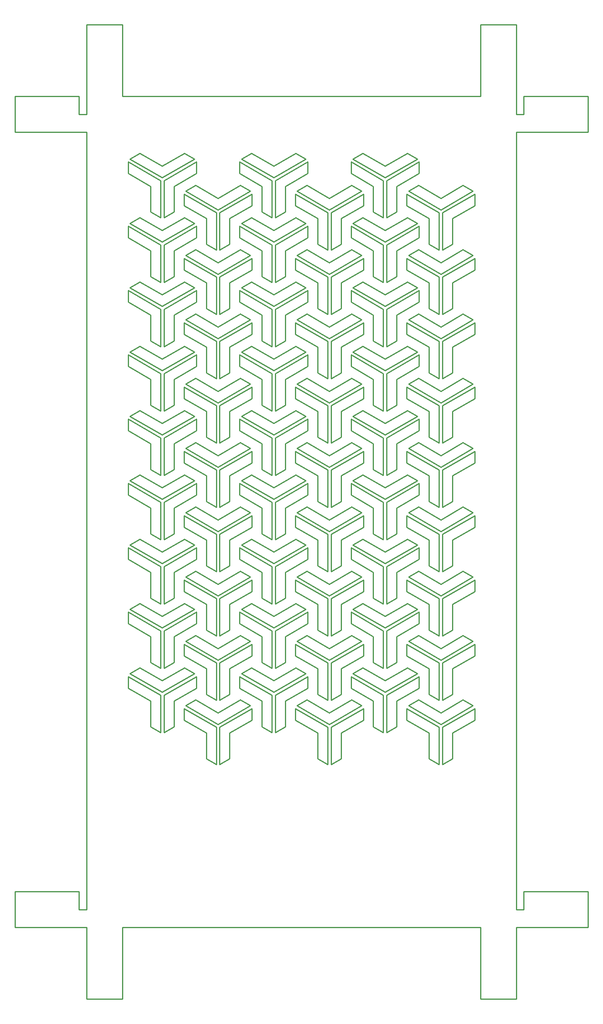
<source format=gbr>
%TF.GenerationSoftware,KiCad,Pcbnew,(5.1.6)-1*%
%TF.CreationDate,2020-10-10T00:21:08+01:00*%
%TF.ProjectId,Side 2,53696465-2032-42e6-9b69-6361645f7063,rev?*%
%TF.SameCoordinates,Original*%
%TF.FileFunction,Profile,NP*%
%FSLAX46Y46*%
G04 Gerber Fmt 4.6, Leading zero omitted, Abs format (unit mm)*
G04 Created by KiCad (PCBNEW (5.1.6)-1) date 2020-10-10 00:21:08*
%MOMM*%
%LPD*%
G01*
G04 APERTURE LIST*
%TA.AperFunction,Profile*%
%ADD10C,0.254000*%
%TD*%
G04 APERTURE END LIST*
D10*
X-49130697Y-107772223D02*
X-44231045Y-104943408D01*
X-56230348Y-162783056D02*
X-54030348Y-161512886D01*
X-44231045Y-104943408D02*
X-42031045Y-106213578D01*
X-49130697Y-150199331D02*
X-44231045Y-147370516D01*
X-56230348Y-148640687D02*
X-49130697Y-152739672D01*
X-56230348Y-120355947D02*
X-54030348Y-119085777D01*
X-56230348Y-120355947D02*
X-49130697Y-124454933D01*
X-54030348Y-119085777D02*
X-49130697Y-121914592D01*
X-49130697Y-124454933D02*
X-42031045Y-120355947D01*
X-49130697Y-121914592D02*
X-44231045Y-119085777D01*
X-56230348Y-134498317D02*
X-49130697Y-138597302D01*
X-56230348Y-106213578D02*
X-49130697Y-110312564D01*
X-54030348Y-161512886D02*
X-49130697Y-164341701D01*
X-54030348Y-147370516D02*
X-49130697Y-150199331D01*
X-49130697Y-110312564D02*
X-42031045Y-106213578D01*
X-49130697Y-166882042D02*
X-42031045Y-162783056D01*
X-44231045Y-133228146D02*
X-42031045Y-134498317D01*
X-44231045Y-147370516D02*
X-42031045Y-148640687D01*
X-56230348Y-106213578D02*
X-54030348Y-104943408D01*
X-54030348Y-133228146D02*
X-49130697Y-136056961D01*
X-56230348Y-162783056D02*
X-49130697Y-166882042D01*
X-49130697Y-152739672D02*
X-42031045Y-148640687D01*
X-56230348Y-134498317D02*
X-54030348Y-133228146D01*
X-44231045Y-161512886D02*
X-42031045Y-162783056D01*
X-56230348Y-148640687D02*
X-54030348Y-147370516D01*
X-49130697Y-138597302D02*
X-42031045Y-134498317D01*
X-49130697Y-164341701D02*
X-44231045Y-161512886D01*
X-49130697Y-136056961D02*
X-44231045Y-133228146D01*
X-44231045Y-119085777D02*
X-42031045Y-120355947D01*
X-73626000Y-110312564D02*
X-66526348Y-106213578D01*
X-80725650Y-92071208D02*
X-73626000Y-96170194D01*
X-73626000Y-96170194D02*
X-66526348Y-92071208D01*
X-73626000Y-82027824D02*
X-66526348Y-77928839D01*
X-68726348Y-161512886D02*
X-66526348Y-162783056D01*
X-80725650Y-120355947D02*
X-78525651Y-119085777D01*
X-49130697Y-79487483D02*
X-44231045Y-76658668D01*
X-56230348Y-49644099D02*
X-54030348Y-48373929D01*
X-73626000Y-152739672D02*
X-66526348Y-148640687D01*
X-54030348Y-48373929D02*
X-49130697Y-51202744D01*
X-80725650Y-106213578D02*
X-78525651Y-104943408D01*
X-68726348Y-104943408D02*
X-66526348Y-106213578D01*
X-56230348Y-49644099D02*
X-49130697Y-53743085D01*
X-49130697Y-51202744D02*
X-44231045Y-48373929D01*
X-56230348Y-63786469D02*
X-49130697Y-67885455D01*
X-49130697Y-53743085D02*
X-42031045Y-49644099D01*
X-73626000Y-93629853D02*
X-68726348Y-90801038D01*
X-80725650Y-92071208D02*
X-78525651Y-90801038D01*
X-73626000Y-107772223D02*
X-68726348Y-104943408D01*
X-54030348Y-104943408D02*
X-49130697Y-107772223D01*
X-80725650Y-162783056D02*
X-73626000Y-166882042D01*
X-73626000Y-121914592D02*
X-68726348Y-119085777D01*
X-80725650Y-77928839D02*
X-73626000Y-82027824D01*
X-49130697Y-82027824D02*
X-42031045Y-77928839D01*
X-73626000Y-138597302D02*
X-66526348Y-134498317D01*
X-54030348Y-76658668D02*
X-49130697Y-79487483D01*
X-56230348Y-92071208D02*
X-54030348Y-90801038D01*
X-73626000Y-166882042D02*
X-66526348Y-162783056D01*
X-44231045Y-62516298D02*
X-42031045Y-63786469D01*
X-80725650Y-120355947D02*
X-73626000Y-124454933D01*
X-68726348Y-119085777D02*
X-66526348Y-120355947D01*
X-73626000Y-136056961D02*
X-68726348Y-133228146D01*
X-56230348Y-92071208D02*
X-49130697Y-96170194D01*
X-80725650Y-162783056D02*
X-78525651Y-161512886D01*
X-80725650Y-148640687D02*
X-78525651Y-147370516D01*
X-49130697Y-96170194D02*
X-42031045Y-92071208D01*
X-44231045Y-90801038D02*
X-42031045Y-92071208D01*
X-49130697Y-93629853D02*
X-44231045Y-90801038D01*
X-54030348Y-90801038D02*
X-49130697Y-93629853D01*
X-54030348Y-62516298D02*
X-49130697Y-65345113D01*
X-56230348Y-77928839D02*
X-54030348Y-76658668D01*
X-78525651Y-133228146D02*
X-73626000Y-136056961D01*
X-56230348Y-77928839D02*
X-49130697Y-82027824D01*
X-44231045Y-76658668D02*
X-42031045Y-77928839D01*
X-56230348Y-63786469D02*
X-54030348Y-62516298D01*
X-78525651Y-147370516D02*
X-73626000Y-150199331D01*
X-80725650Y-77928839D02*
X-78525651Y-76658668D01*
X-78525651Y-119085777D02*
X-73626000Y-121914592D01*
X-80725650Y-106213578D02*
X-73626000Y-110312564D01*
X-80725650Y-134498317D02*
X-73626000Y-138597302D01*
X-73626000Y-124454933D02*
X-66526348Y-120355947D01*
X-78525651Y-161512886D02*
X-73626000Y-164341701D01*
X-73626000Y-150199331D02*
X-68726348Y-147370516D01*
X-49130697Y-67885455D02*
X-42031045Y-63786469D01*
X-78525651Y-104943408D02*
X-73626000Y-107772223D01*
X-49130697Y-65345113D02*
X-44231045Y-62516298D01*
X-44231045Y-48373929D02*
X-42031045Y-49644099D01*
X-68726348Y-90801038D02*
X-66526348Y-92071208D01*
X-73626000Y-164341701D02*
X-68726348Y-161512886D01*
X-80725650Y-148640687D02*
X-73626000Y-152739672D01*
X-68726348Y-147370516D02*
X-66526348Y-148640687D01*
X-80725650Y-134498317D02*
X-78525651Y-133228146D01*
X-68726348Y-133228146D02*
X-66526348Y-134498317D01*
X-78525651Y-90801038D02*
X-73626000Y-93629853D01*
X-98121302Y-124454933D02*
X-91021650Y-120355947D01*
X-98121302Y-67885455D02*
X-91021650Y-63786469D01*
X-105220953Y-120355947D02*
X-103020953Y-119085777D01*
X-103020953Y-104943408D02*
X-98121302Y-107772223D01*
X-98121302Y-110312564D02*
X-91021650Y-106213578D01*
X-105220953Y-77928839D02*
X-103020953Y-76658668D01*
X-105220953Y-92071208D02*
X-103020953Y-90801038D01*
X-105220953Y-63786469D02*
X-103020953Y-62516298D01*
X-68726348Y-48373929D02*
X-66526348Y-49644099D01*
X-68726348Y-76658668D02*
X-66526348Y-77928839D01*
X-98121302Y-82027824D02*
X-91021650Y-77928839D01*
X-103020953Y-119085777D02*
X-98121302Y-121914592D01*
X-73626000Y-79487483D02*
X-68726348Y-76658668D01*
X-78525651Y-76658668D02*
X-73626000Y-79487483D01*
X-80725650Y-63786469D02*
X-78525651Y-62516298D01*
X-105220953Y-148640687D02*
X-98121302Y-152739672D01*
X-98121302Y-138597302D02*
X-91021650Y-134498317D01*
X-78525651Y-62516298D02*
X-73626000Y-65345113D01*
X-78525651Y-48373929D02*
X-73626000Y-51202744D01*
X-98121302Y-121914592D02*
X-93221650Y-119085777D01*
X-93221650Y-76658668D02*
X-91021650Y-77928839D01*
X-98121302Y-65345113D02*
X-93221650Y-62516298D01*
X-93221650Y-90801038D02*
X-91021650Y-92071208D01*
X-98121302Y-164341701D02*
X-93221650Y-161512886D01*
X-93221650Y-62516298D02*
X-91021650Y-63786469D01*
X-80725650Y-63786469D02*
X-73626000Y-67885455D01*
X-73626000Y-67885455D02*
X-66526348Y-63786469D01*
X-93221650Y-147370516D02*
X-91021650Y-148640687D01*
X-73626000Y-65345113D02*
X-68726348Y-62516298D01*
X-105220953Y-148640687D02*
X-103020953Y-147370516D01*
X-105220953Y-63786469D02*
X-98121302Y-67885455D01*
X-80725650Y-49644099D02*
X-78525651Y-48373929D01*
X-80725650Y-49644099D02*
X-73626000Y-53743085D01*
X-103020953Y-76658668D02*
X-98121302Y-79487483D01*
X-98121302Y-150199331D02*
X-93221650Y-147370516D01*
X-105220953Y-106213578D02*
X-103020953Y-104943408D01*
X-93221650Y-119085777D02*
X-91021650Y-120355947D01*
X-105220953Y-92071208D02*
X-98121302Y-96170194D01*
X-73626000Y-51202744D02*
X-68726348Y-48373929D01*
X-105220953Y-162783056D02*
X-103020953Y-161512886D01*
X-105220953Y-162783056D02*
X-98121302Y-166882042D01*
X-98121302Y-166882042D02*
X-91021650Y-162783056D01*
X-103020953Y-161512886D02*
X-98121302Y-164341701D01*
X-105220953Y-120355947D02*
X-98121302Y-124454933D01*
X-103020953Y-62516298D02*
X-98121302Y-65345113D01*
X-98121302Y-79487483D02*
X-93221650Y-76658668D01*
X-98121302Y-93629853D02*
X-93221650Y-90801038D01*
X-105220953Y-134498317D02*
X-98121302Y-138597302D01*
X-98121302Y-152739672D02*
X-91021650Y-148640687D01*
X-105220953Y-134498317D02*
X-103020953Y-133228146D01*
X-105220953Y-77928839D02*
X-98121302Y-82027824D01*
X-93221650Y-133228146D02*
X-91021650Y-134498317D01*
X-103020953Y-133228146D02*
X-98121302Y-136056961D01*
X-93221650Y-104943408D02*
X-91021650Y-106213578D01*
X-98121302Y-96170194D02*
X-91021650Y-92071208D01*
X-105220953Y-106213578D02*
X-98121302Y-110312564D01*
X-98121302Y-107772223D02*
X-93221650Y-104943408D01*
X-103020953Y-90801038D02*
X-98121302Y-93629853D01*
X-49504697Y-175727800D02*
X-51704697Y-174457630D01*
X-68726348Y-62516298D02*
X-66526348Y-63786469D01*
X-73626000Y-53743085D02*
X-66526348Y-49644099D01*
X-93221650Y-161512886D02*
X-91021650Y-162783056D01*
X-103020953Y-147370516D02*
X-98121302Y-150199331D01*
X-98121302Y-136056961D02*
X-93221650Y-133228146D01*
X-74000000Y-90873583D02*
X-74000000Y-82675611D01*
X-98495302Y-161585431D02*
X-98495302Y-153387459D01*
X-105594953Y-165971185D02*
X-105594953Y-163430843D01*
X-76200000Y-83945782D02*
X-81099650Y-81116967D01*
X-74000000Y-62588843D02*
X-76200000Y-61318673D01*
X-98495302Y-153387459D02*
X-105594953Y-149288474D01*
X-74000000Y-62588843D02*
X-74000000Y-54390872D01*
X-76200000Y-61318673D02*
X-76200000Y-55661042D01*
X-74000000Y-54390872D02*
X-81099650Y-50291886D01*
X-76200000Y-55661042D02*
X-81099650Y-52832227D01*
X-74000000Y-133300691D02*
X-74000000Y-125102720D01*
X-74000000Y-139245090D02*
X-81099650Y-135146104D01*
X-74000000Y-76731213D02*
X-74000000Y-68533242D01*
X-74000000Y-119158322D02*
X-74000000Y-110960351D01*
X-81099650Y-137686445D02*
X-81099650Y-135146104D01*
X-74000000Y-119158322D02*
X-76200000Y-117888152D01*
X-98495302Y-175727800D02*
X-98495302Y-167529829D01*
X-76200000Y-126372890D02*
X-81099650Y-123544075D01*
X-76200000Y-103745782D02*
X-76200000Y-98088152D01*
X-76200000Y-89603412D02*
X-76200000Y-83945782D01*
X-81099650Y-123544075D02*
X-81099650Y-121003734D01*
X-98495302Y-167529829D02*
X-105594953Y-163430843D01*
X-74000000Y-96817981D02*
X-81099650Y-92718995D01*
X-81099650Y-66974597D02*
X-81099650Y-64434256D01*
X-81099650Y-81116967D02*
X-81099650Y-78576626D01*
X-76200000Y-146172890D02*
X-76200000Y-140515260D01*
X-76200000Y-112230522D02*
X-81099650Y-109401706D01*
X-98495302Y-175727800D02*
X-100695302Y-174457630D01*
X-98495302Y-161585431D02*
X-100695302Y-160315260D01*
X-74000000Y-125102720D02*
X-81099650Y-121003734D01*
X-76200000Y-117888152D02*
X-76200000Y-112230522D01*
X-76200000Y-75461042D02*
X-76200000Y-69803412D01*
X-74000000Y-105015953D02*
X-74000000Y-96817981D01*
X-74000000Y-110960351D02*
X-81099650Y-106861365D01*
X-74000000Y-82675611D02*
X-81099650Y-78576626D01*
X-76200000Y-160315260D02*
X-76200000Y-154657630D01*
X-74000000Y-147443061D02*
X-76200000Y-146172890D01*
X-74000000Y-147443061D02*
X-74000000Y-139245090D01*
X-74000000Y-76731213D02*
X-76200000Y-75461042D01*
X-100695302Y-160315260D02*
X-100695302Y-154657630D01*
X-81099650Y-95259337D02*
X-81099650Y-92718995D01*
X-74000000Y-90873583D02*
X-76200000Y-89603412D01*
X-74000000Y-68533242D02*
X-81099650Y-64434256D01*
X-100695302Y-174457630D02*
X-100695302Y-168800000D01*
X-98495302Y-147443061D02*
X-98495302Y-139245090D01*
X-100695302Y-154657630D02*
X-105594953Y-151828815D01*
X-76200000Y-140515260D02*
X-81099650Y-137686445D01*
X-76200000Y-98088152D02*
X-81099650Y-95259337D01*
X-74000000Y-133300691D02*
X-76200000Y-132030521D01*
X-76200000Y-69803412D02*
X-81099650Y-66974597D01*
X-76200000Y-132030521D02*
X-76200000Y-126372890D01*
X-81099650Y-109401706D02*
X-81099650Y-106861365D01*
X-74000000Y-105015953D02*
X-76200000Y-103745782D01*
X-81099650Y-52832227D02*
X-81099650Y-50291886D01*
X-100695302Y-168800000D02*
X-105594953Y-165971185D01*
X-105594953Y-151828815D02*
X-105594953Y-149288474D01*
X-98495302Y-147443061D02*
X-100695302Y-146172890D01*
X-63952348Y-133444075D02*
X-68852000Y-130615260D01*
X-98495302Y-110960351D02*
X-105594953Y-106861365D01*
X-61752348Y-126229506D02*
X-61752348Y-118031536D01*
X-68852000Y-102330522D02*
X-68852000Y-99790180D01*
X-105594953Y-109401706D02*
X-105594953Y-106861365D01*
X-68852000Y-130615260D02*
X-68852000Y-128074919D01*
X-98495302Y-90873583D02*
X-100695302Y-89603412D01*
X-100695302Y-75461042D02*
X-100695302Y-69803412D01*
X-61752348Y-118031536D02*
X-68852000Y-113932550D01*
X-98495302Y-68533242D02*
X-105594953Y-64434256D01*
X-61752348Y-154514246D02*
X-63952348Y-153244075D01*
X-63952348Y-153244075D02*
X-63952348Y-147586445D01*
X-61752348Y-154514246D02*
X-61752348Y-146316274D01*
X-63952348Y-147586445D02*
X-68852000Y-144757630D01*
X-98495302Y-139245090D02*
X-105594953Y-135146104D01*
X-61752348Y-146316274D02*
X-68852000Y-142217289D01*
X-98495302Y-105015953D02*
X-100695302Y-103745782D01*
X-61752348Y-168656616D02*
X-61752348Y-160458644D01*
X-100695302Y-112230522D02*
X-105594953Y-109401706D01*
X-100695302Y-140515260D02*
X-105594953Y-137686445D01*
X-98495302Y-105015953D02*
X-98495302Y-96817981D01*
X-61752348Y-140371876D02*
X-61752348Y-132173905D01*
X-100695302Y-126372890D02*
X-105594953Y-123544075D01*
X-100695302Y-89603412D02*
X-100695302Y-83945782D01*
X-61752348Y-103889166D02*
X-68852000Y-99790180D01*
X-98495302Y-76731213D02*
X-100695302Y-75461042D01*
X-98495302Y-133300691D02*
X-98495302Y-125102720D01*
X-61752348Y-132173905D02*
X-68852000Y-128074919D01*
X-105594953Y-123544075D02*
X-105594953Y-121003734D01*
X-98495302Y-82675611D02*
X-105594953Y-78576626D01*
X-68852000Y-158900000D02*
X-68852000Y-156359658D01*
X-63952348Y-105159337D02*
X-68852000Y-102330522D01*
X-100695302Y-69803412D02*
X-105594953Y-66974597D01*
X-61752348Y-140371876D02*
X-63952348Y-139101705D01*
X-61752348Y-126229506D02*
X-63952348Y-124959336D01*
X-105594953Y-137686445D02*
X-105594953Y-135146104D01*
X-100695302Y-98088152D02*
X-105594953Y-95259337D01*
X-100695302Y-146172890D02*
X-100695302Y-140515260D01*
X-100695302Y-103745782D02*
X-100695302Y-98088152D01*
X-63952348Y-167386445D02*
X-63952348Y-161728815D01*
X-98495302Y-90873583D02*
X-98495302Y-82675611D01*
X-63952348Y-110816967D02*
X-63952348Y-105159337D01*
X-105594953Y-66974597D02*
X-105594953Y-64434256D01*
X-98495302Y-125102720D02*
X-105594953Y-121003734D01*
X-98495302Y-96817981D02*
X-105594953Y-92718995D01*
X-63952348Y-124959336D02*
X-63952348Y-119301706D01*
X-100695302Y-132030521D02*
X-100695302Y-126372890D01*
X-61752348Y-168656616D02*
X-63952348Y-167386445D01*
X-98495302Y-119158322D02*
X-98495302Y-110960351D01*
X-61752348Y-112087137D02*
X-61752348Y-103889166D01*
X-105594953Y-81116967D02*
X-105594953Y-78576626D01*
X-63952348Y-139101705D02*
X-63952348Y-133444075D01*
X-63952348Y-119301706D02*
X-68852000Y-116472891D01*
X-100695302Y-117888152D02*
X-100695302Y-112230522D01*
X-98495302Y-76731213D02*
X-98495302Y-68533242D01*
X-61752348Y-160458644D02*
X-68852000Y-156359658D01*
X-98495302Y-133300691D02*
X-100695302Y-132030521D01*
X-100695302Y-83945782D02*
X-105594953Y-81116967D01*
X-98495302Y-119158322D02*
X-100695302Y-117888152D01*
X-105594953Y-95259337D02*
X-105594953Y-92718995D01*
X-63952348Y-161728815D02*
X-68852000Y-158900000D01*
X-68852000Y-144757630D02*
X-68852000Y-142217289D01*
X-61752348Y-112087137D02*
X-63952348Y-110816967D01*
X-68852000Y-116472891D02*
X-68852000Y-113932550D01*
X-74000000Y-175727800D02*
X-76200000Y-174457630D01*
X-56604348Y-66974597D02*
X-56604348Y-64434256D01*
X-49504697Y-54390872D02*
X-56604348Y-50291886D01*
X-81099650Y-151828815D02*
X-81099650Y-149288474D01*
X-74000000Y-161585431D02*
X-76200000Y-160315260D01*
X-51704697Y-55661042D02*
X-56604348Y-52832227D01*
X-76200000Y-154657630D02*
X-81099650Y-151828815D01*
X-49504697Y-175727800D02*
X-49504697Y-167529829D01*
X-49504697Y-105015953D02*
X-49504697Y-96817981D01*
X-49504697Y-167529829D02*
X-56604348Y-163430843D01*
X-51704697Y-140515260D02*
X-56604348Y-137686445D01*
X-81099650Y-165971185D02*
X-81099650Y-163430843D01*
X-51704697Y-154657630D02*
X-56604348Y-151828815D01*
X-51704697Y-132030521D02*
X-51704697Y-126372890D01*
X-56604348Y-165971185D02*
X-56604348Y-163430843D01*
X-51704697Y-89603412D02*
X-51704697Y-83945782D01*
X-49504697Y-62588843D02*
X-51704697Y-61318673D01*
X-51704697Y-168800000D02*
X-56604348Y-165971185D01*
X-51704697Y-174457630D02*
X-51704697Y-168800000D01*
X-49504697Y-161585431D02*
X-51704697Y-160315260D01*
X-74000000Y-167529829D02*
X-81099650Y-163430843D01*
X-56604348Y-95259337D02*
X-56604348Y-92718995D01*
X-56604348Y-109401706D02*
X-56604348Y-106861365D01*
X-49504697Y-161585431D02*
X-49504697Y-153387459D01*
X-49504697Y-82675611D02*
X-56604348Y-78576626D01*
X-49504697Y-133300691D02*
X-49504697Y-125102720D01*
X-49504697Y-153387459D02*
X-56604348Y-149288474D01*
X-49504697Y-76731213D02*
X-49504697Y-68533242D01*
X-56604348Y-151828815D02*
X-56604348Y-149288474D01*
X-51704697Y-160315260D02*
X-51704697Y-154657630D01*
X-51704697Y-83945782D02*
X-56604348Y-81116967D01*
X-49504697Y-147443061D02*
X-51704697Y-146172890D01*
X-49504697Y-147443061D02*
X-49504697Y-139245090D01*
X-49504697Y-139245090D02*
X-56604348Y-135146104D01*
X-49504697Y-110960351D02*
X-56604348Y-106861365D01*
X-76200000Y-168800000D02*
X-81099650Y-165971185D01*
X-74000000Y-175727800D02*
X-74000000Y-167529829D01*
X-49504697Y-68533242D02*
X-56604348Y-64434256D01*
X-51704697Y-112230522D02*
X-56604348Y-109401706D01*
X-51704697Y-98088152D02*
X-56604348Y-95259337D01*
X-49504697Y-96817981D02*
X-56604348Y-92718995D01*
X-51704697Y-146172890D02*
X-51704697Y-140515260D01*
X-49504697Y-125102720D02*
X-56604348Y-121003734D01*
X-49504697Y-133300691D02*
X-51704697Y-132030521D01*
X-56604348Y-123544075D02*
X-56604348Y-121003734D01*
X-51704697Y-61318673D02*
X-51704697Y-55661042D01*
X-51704697Y-126372890D02*
X-56604348Y-123544075D01*
X-51704697Y-75461042D02*
X-51704697Y-69803412D01*
X-51704697Y-103745782D02*
X-51704697Y-98088152D01*
X-56604348Y-81116967D02*
X-56604348Y-78576626D01*
X-49504697Y-76731213D02*
X-51704697Y-75461042D01*
X-51704697Y-69803412D02*
X-56604348Y-66974597D01*
X-49504697Y-62588843D02*
X-49504697Y-54390872D01*
X-56604348Y-52832227D02*
X-56604348Y-50291886D01*
X-74000000Y-161585431D02*
X-74000000Y-153387459D01*
X-76200000Y-174457630D02*
X-76200000Y-168800000D01*
X-51704697Y-117888152D02*
X-51704697Y-112230522D01*
X-49504697Y-90873583D02*
X-51704697Y-89603412D01*
X-74000000Y-153387459D02*
X-81099650Y-149288474D01*
X-56604348Y-137686445D02*
X-56604348Y-135146104D01*
X-49504697Y-119158322D02*
X-51704697Y-117888152D01*
X-49504697Y-119158322D02*
X-49504697Y-110960351D01*
X-49504697Y-105015953D02*
X-51704697Y-103745782D01*
X-49504697Y-90873583D02*
X-49504697Y-82675611D01*
X-112942953Y-124959336D02*
X-112942953Y-119301706D01*
X-110742953Y-126229506D02*
X-110742953Y-118031536D01*
X-112942953Y-110816967D02*
X-112942953Y-105159337D01*
X-110742953Y-89746796D02*
X-117842605Y-85647811D01*
X-117842605Y-74045782D02*
X-117842605Y-71505441D01*
X-117842605Y-88188152D02*
X-117842605Y-85647811D01*
X-117842605Y-116472891D02*
X-117842605Y-113932550D01*
X-110742953Y-146316274D02*
X-117842605Y-142217289D01*
X-88447650Y-76874597D02*
X-93347302Y-74045782D01*
X-112942953Y-82532227D02*
X-112942953Y-76874597D01*
X-110742953Y-103889166D02*
X-117842605Y-99790180D01*
X-110742953Y-160458644D02*
X-117842605Y-156359658D01*
X-112942953Y-147586445D02*
X-117842605Y-144757630D01*
X-88447650Y-82532227D02*
X-88447650Y-76874597D01*
X-112942953Y-139101705D02*
X-112942953Y-133444075D01*
X-86247650Y-69660028D02*
X-88447650Y-68389858D01*
X-86247650Y-69660028D02*
X-86247650Y-61462057D01*
X-110742953Y-112087137D02*
X-110742953Y-103889166D01*
X-110742953Y-69660028D02*
X-110742953Y-61462057D01*
X-86247650Y-61462057D02*
X-93347302Y-57363071D01*
X-110742953Y-83802398D02*
X-112942953Y-82532227D01*
X-93347302Y-59903412D02*
X-93347302Y-57363071D01*
X-88447650Y-62732227D02*
X-93347302Y-59903412D01*
X-110742953Y-140371876D02*
X-112942953Y-139101705D01*
X-86247650Y-55517658D02*
X-86247650Y-47319687D01*
X-93347302Y-45761042D02*
X-93347302Y-43220701D01*
X-117842605Y-144757630D02*
X-117842605Y-142217289D01*
X-86247650Y-47319687D02*
X-93347302Y-43220701D01*
X-112942953Y-161728815D02*
X-117842605Y-158900000D01*
X-110742953Y-154514246D02*
X-112942953Y-153244075D01*
X-110742953Y-140371876D02*
X-110742953Y-132173905D01*
X-117842605Y-102330522D02*
X-117842605Y-99790180D01*
X-110742953Y-112087137D02*
X-112942953Y-110816967D01*
X-112942953Y-91016967D02*
X-117842605Y-88188152D01*
X-86247650Y-55517658D02*
X-88447650Y-54247488D01*
X-88447650Y-68389858D02*
X-88447650Y-62732227D01*
X-88447650Y-54247488D02*
X-88447650Y-48589858D01*
X-110742953Y-168656616D02*
X-110742953Y-160458644D01*
X-117842605Y-158900000D02*
X-117842605Y-156359658D01*
X-112942953Y-153244075D02*
X-112942953Y-147586445D01*
X-112942953Y-119301706D02*
X-117842605Y-116472891D01*
X-110742953Y-83802398D02*
X-110742953Y-75604427D01*
X-112942953Y-133444075D02*
X-117842605Y-130615260D01*
X-117842605Y-130615260D02*
X-117842605Y-128074919D01*
X-112942953Y-76874597D02*
X-117842605Y-74045782D01*
X-110742953Y-126229506D02*
X-112942953Y-124959336D01*
X-110742953Y-118031536D02*
X-117842605Y-113932550D01*
X-110742953Y-97944768D02*
X-112942953Y-96674597D01*
X-112942953Y-96674597D02*
X-112942953Y-91016967D01*
X-112942953Y-105159337D02*
X-117842605Y-102330522D01*
X-88447650Y-48589858D02*
X-93347302Y-45761042D01*
X-110742953Y-75604427D02*
X-117842605Y-71505441D01*
X-110742953Y-97944768D02*
X-110742953Y-89746796D01*
X-110742953Y-168656616D02*
X-112942953Y-167386445D01*
X-112942953Y-167386445D02*
X-112942953Y-161728815D01*
X-110742953Y-154514246D02*
X-110742953Y-146316274D01*
X-110742953Y-132173905D02*
X-117842605Y-128074919D01*
X-58804348Y-96674597D02*
X-61004348Y-97944768D01*
X-78400000Y-156359658D02*
X-85499650Y-160458644D01*
X-53904697Y-71505441D02*
X-53904697Y-74045782D01*
X-61004348Y-61462057D02*
X-61004348Y-69660028D01*
X-53904697Y-43220701D02*
X-53904697Y-45761042D01*
X-61004348Y-89746796D02*
X-61004348Y-97944768D01*
X-53904697Y-116472891D02*
X-58804348Y-119301706D01*
X-58804348Y-105159337D02*
X-58804348Y-110816967D01*
X-53904697Y-71505441D02*
X-61004348Y-75604427D01*
X-53904697Y-59903412D02*
X-58804348Y-62732227D01*
X-53904697Y-45761042D02*
X-58804348Y-48589858D01*
X-85499650Y-160458644D02*
X-85499650Y-168656616D01*
X-53904697Y-99790180D02*
X-53904697Y-102330522D01*
X-58804348Y-110816967D02*
X-61004348Y-112087137D01*
X-110742953Y-61462057D02*
X-117842605Y-57363071D01*
X-53904697Y-99790180D02*
X-61004348Y-103889166D01*
X-110742953Y-69660028D02*
X-112942953Y-68389858D01*
X-53904697Y-113932550D02*
X-53904697Y-116472891D01*
X-83299650Y-167386445D02*
X-85499650Y-168656616D01*
X-53904697Y-156359658D02*
X-53904697Y-158900000D01*
X-53904697Y-85647811D02*
X-53904697Y-88188152D01*
X-58804348Y-68389858D02*
X-61004348Y-69660028D01*
X-58804348Y-54247488D02*
X-61004348Y-55517658D01*
X-58804348Y-147586445D02*
X-58804348Y-153244075D01*
X-53904697Y-57363071D02*
X-61004348Y-61462057D01*
X-58804348Y-133444075D02*
X-58804348Y-139101705D01*
X-117842605Y-59903412D02*
X-117842605Y-57363071D01*
X-53904697Y-85647811D02*
X-61004348Y-89746796D01*
X-112942953Y-62732227D02*
X-117842605Y-59903412D01*
X-61004348Y-118031536D02*
X-61004348Y-126229506D01*
X-61004348Y-47319687D02*
X-61004348Y-55517658D01*
X-53904697Y-142217289D02*
X-61004348Y-146316274D01*
X-61004348Y-132173905D02*
X-61004348Y-140371876D01*
X-53904697Y-102330522D02*
X-58804348Y-105159337D01*
X-53904697Y-88188152D02*
X-58804348Y-91016967D01*
X-112942953Y-68389858D02*
X-112942953Y-62732227D01*
X-58804348Y-167386445D02*
X-61004348Y-168656616D01*
X-53904697Y-156359658D02*
X-61004348Y-160458644D01*
X-61004348Y-160458644D02*
X-61004348Y-168656616D01*
X-58804348Y-119301706D02*
X-58804348Y-124959336D01*
X-58804348Y-161728815D02*
X-58804348Y-167386445D01*
X-53904697Y-142217289D02*
X-53904697Y-144757630D01*
X-53904697Y-128074919D02*
X-61004348Y-132173905D01*
X-53904697Y-158900000D02*
X-58804348Y-161728815D01*
X-61004348Y-146316274D02*
X-61004348Y-154514246D01*
X-58804348Y-76874597D02*
X-58804348Y-82532227D01*
X-53904697Y-130615260D02*
X-58804348Y-133444075D01*
X-58804348Y-48589858D02*
X-58804348Y-54247488D01*
X-78400000Y-156359658D02*
X-78400000Y-158900000D01*
X-53904697Y-57363071D02*
X-53904697Y-59903412D01*
X-53904697Y-43220701D02*
X-61004348Y-47319687D01*
X-58804348Y-91016967D02*
X-58804348Y-96674597D01*
X-58804348Y-82532227D02*
X-61004348Y-83802398D01*
X-53904697Y-144757630D02*
X-58804348Y-147586445D01*
X-83299650Y-161728815D02*
X-83299650Y-167386445D01*
X-53904697Y-113932550D02*
X-61004348Y-118031536D01*
X-58804348Y-153244075D02*
X-61004348Y-154514246D01*
X-53904697Y-128074919D02*
X-53904697Y-130615260D01*
X-58804348Y-139101705D02*
X-61004348Y-140371876D01*
X-58804348Y-124959336D02*
X-61004348Y-126229506D01*
X-58804348Y-62732227D02*
X-58804348Y-68389858D01*
X-61004348Y-103889166D02*
X-61004348Y-112087137D01*
X-53904697Y-74045782D02*
X-58804348Y-76874597D01*
X-61004348Y-75604427D02*
X-61004348Y-83802398D01*
X-61752348Y-83802398D02*
X-61752348Y-75604427D01*
X-88447650Y-96674597D02*
X-88447650Y-91016967D01*
X-86247650Y-140371876D02*
X-86247650Y-132173905D01*
X-86247650Y-97944768D02*
X-88447650Y-96674597D01*
X-63952348Y-62732227D02*
X-68852000Y-59903412D01*
X-63952348Y-76874597D02*
X-68852000Y-74045782D01*
X-63952348Y-68389858D02*
X-63952348Y-62732227D01*
X-88447650Y-124959336D02*
X-88447650Y-119301706D01*
X-88447650Y-110816967D02*
X-88447650Y-105159337D01*
X-88447650Y-133444075D02*
X-93347302Y-130615260D01*
X-86247650Y-168656616D02*
X-86247650Y-160458644D01*
X-68852000Y-74045782D02*
X-68852000Y-71505441D01*
X-68852000Y-88188152D02*
X-68852000Y-85647811D01*
X-93347302Y-158900000D02*
X-93347302Y-156359658D01*
X-63952348Y-82532227D02*
X-63952348Y-76874597D01*
X-63952348Y-48589858D02*
X-68852000Y-45761042D01*
X-86247650Y-89746796D02*
X-93347302Y-85647811D01*
X-86247650Y-160458644D02*
X-93347302Y-156359658D01*
X-86247650Y-154514246D02*
X-86247650Y-146316274D01*
X-86247650Y-146316274D02*
X-93347302Y-142217289D01*
X-86247650Y-112087137D02*
X-86247650Y-103889166D01*
X-93347302Y-102330522D02*
X-93347302Y-99790180D01*
X-63952348Y-91016967D02*
X-68852000Y-88188152D01*
X-86247650Y-103889166D02*
X-93347302Y-99790180D01*
X-61752348Y-47319687D02*
X-68852000Y-43220701D01*
X-86247650Y-118031536D02*
X-93347302Y-113932550D01*
X-61752348Y-75604427D02*
X-68852000Y-71505441D01*
X-68852000Y-59903412D02*
X-68852000Y-57363071D01*
X-93347302Y-74045782D02*
X-93347302Y-71505441D01*
X-86247650Y-154514246D02*
X-88447650Y-153244075D01*
X-63952348Y-54247488D02*
X-63952348Y-48589858D01*
X-88447650Y-161728815D02*
X-93347302Y-158900000D01*
X-86247650Y-112087137D02*
X-88447650Y-110816967D01*
X-93347302Y-116472891D02*
X-93347302Y-113932550D01*
X-88447650Y-147586445D02*
X-93347302Y-144757630D01*
X-86247650Y-140371876D02*
X-88447650Y-139101705D01*
X-88447650Y-139101705D02*
X-88447650Y-133444075D01*
X-93347302Y-144757630D02*
X-93347302Y-142217289D01*
X-88447650Y-167386445D02*
X-88447650Y-161728815D01*
X-86247650Y-132173905D02*
X-93347302Y-128074919D01*
X-86247650Y-83802398D02*
X-88447650Y-82532227D01*
X-68852000Y-45761042D02*
X-68852000Y-43220701D01*
X-93347302Y-88188152D02*
X-93347302Y-85647811D01*
X-61752348Y-97944768D02*
X-63952348Y-96674597D01*
X-61752348Y-97944768D02*
X-61752348Y-89746796D01*
X-61752348Y-69660028D02*
X-63952348Y-68389858D01*
X-61752348Y-69660028D02*
X-61752348Y-61462057D01*
X-61752348Y-55517658D02*
X-63952348Y-54247488D01*
X-61752348Y-55517658D02*
X-61752348Y-47319687D01*
X-86247650Y-168656616D02*
X-88447650Y-167386445D01*
X-88447650Y-153244075D02*
X-88447650Y-147586445D01*
X-86247650Y-126229506D02*
X-88447650Y-124959336D01*
X-86247650Y-75604427D02*
X-93347302Y-71505441D01*
X-86247650Y-97944768D02*
X-86247650Y-89746796D01*
X-88447650Y-105159337D02*
X-93347302Y-102330522D01*
X-86247650Y-83802398D02*
X-86247650Y-75604427D01*
X-61752348Y-89746796D02*
X-68852000Y-85647811D01*
X-88447650Y-119301706D02*
X-93347302Y-116472891D01*
X-63952348Y-96674597D02*
X-63952348Y-91016967D01*
X-61752348Y-83802398D02*
X-63952348Y-82532227D01*
X-86247650Y-126229506D02*
X-86247650Y-118031536D01*
X-61752348Y-61462057D02*
X-68852000Y-57363071D01*
X-93347302Y-130615260D02*
X-93347302Y-128074919D01*
X-88447650Y-91016967D02*
X-93347302Y-88188152D01*
X-110742953Y-55517658D02*
X-112942953Y-54247488D01*
X-117468605Y-42572914D02*
X-115268605Y-41302744D01*
X-102895302Y-43220701D02*
X-109994953Y-47319687D01*
X-109994953Y-47319687D02*
X-109994953Y-55517658D01*
X-107794953Y-54247488D02*
X-109994953Y-55517658D01*
X-107794953Y-48589858D02*
X-107794953Y-54247488D01*
X-102895302Y-45761042D02*
X-107794953Y-48589858D01*
X-102895302Y-43220701D02*
X-102895302Y-45761042D01*
X-117468605Y-42572914D02*
X-110368953Y-46671900D01*
X-110368953Y-46671900D02*
X-103269302Y-42572914D01*
X-105469302Y-41302744D02*
X-103269302Y-42572914D01*
X-110368953Y-44131559D02*
X-105469302Y-41302744D01*
X-115268605Y-41302744D02*
X-110368953Y-44131559D01*
X-78400000Y-128074919D02*
X-85499650Y-132173905D01*
X-78400000Y-142217289D02*
X-78400000Y-144757630D01*
X-78400000Y-142217289D02*
X-85499650Y-146316274D01*
X-85499650Y-146316274D02*
X-85499650Y-154514246D01*
X-78400000Y-144757630D02*
X-83299650Y-147586445D01*
X-78400000Y-128074919D02*
X-78400000Y-130615260D01*
X-83299650Y-153244075D02*
X-85499650Y-154514246D01*
X-83299650Y-147586445D02*
X-83299650Y-153244075D01*
X-71052000Y-117888152D02*
X-73252000Y-119158322D01*
X-66152348Y-121003734D02*
X-66152348Y-123544075D01*
X-66152348Y-123544075D02*
X-71052000Y-126372890D01*
X-66152348Y-78576626D02*
X-66152348Y-81116967D01*
X-71052000Y-103745782D02*
X-73252000Y-105015953D01*
X-66152348Y-78576626D02*
X-73252000Y-82675611D01*
X-66152348Y-106861365D02*
X-73252000Y-110960351D01*
X-46556697Y-89603412D02*
X-48756697Y-90873583D01*
X-46556697Y-83945782D02*
X-46556697Y-89603412D01*
X-41657045Y-81116967D02*
X-46556697Y-83945782D01*
X-66152348Y-92718995D02*
X-66152348Y-95259337D01*
X-71052000Y-160315260D02*
X-73252000Y-161585431D01*
X-71052000Y-154657630D02*
X-71052000Y-160315260D01*
X-73252000Y-139245090D02*
X-73252000Y-147443061D01*
X-71052000Y-132030521D02*
X-73252000Y-133300691D01*
X-41657045Y-64434256D02*
X-41657045Y-66974597D01*
X-66152348Y-163430843D02*
X-66152348Y-165971185D01*
X-66152348Y-149288474D02*
X-66152348Y-151828815D01*
X-66152348Y-109401706D02*
X-71052000Y-112230522D01*
X-41657045Y-64434256D02*
X-48756697Y-68533242D01*
X-71052000Y-83945782D02*
X-71052000Y-89603412D01*
X-48756697Y-68533242D02*
X-48756697Y-76731213D01*
X-46556697Y-75461042D02*
X-48756697Y-76731213D01*
X-66152348Y-135146104D02*
X-66152348Y-137686445D01*
X-71052000Y-140515260D02*
X-71052000Y-146172890D01*
X-41657045Y-50291886D02*
X-41657045Y-52832227D01*
X-41657045Y-50291886D02*
X-48756697Y-54390872D01*
X-66152348Y-135146104D02*
X-73252000Y-139245090D01*
X-41657045Y-52832227D02*
X-46556697Y-55661042D01*
X-66152348Y-163430843D02*
X-73252000Y-167529829D01*
X-66152348Y-137686445D02*
X-71052000Y-140515260D01*
X-66152348Y-92718995D02*
X-73252000Y-96817981D01*
X-71052000Y-112230522D02*
X-71052000Y-117888152D01*
X-73252000Y-82675611D02*
X-73252000Y-90873583D01*
X-66152348Y-149288474D02*
X-73252000Y-153387459D01*
X-66152348Y-165971185D02*
X-71052000Y-168800000D01*
X-46556697Y-69803412D02*
X-46556697Y-75461042D01*
X-41657045Y-66974597D02*
X-46556697Y-69803412D01*
X-73252000Y-167529829D02*
X-73252000Y-175727800D01*
X-73252000Y-153387459D02*
X-73252000Y-161585431D01*
X-73252000Y-110960351D02*
X-73252000Y-119158322D01*
X-66152348Y-81116967D02*
X-71052000Y-83945782D01*
X-73252000Y-125102720D02*
X-73252000Y-133300691D01*
X-71052000Y-146172890D02*
X-73252000Y-147443061D01*
X-66152348Y-121003734D02*
X-73252000Y-125102720D01*
X-71052000Y-126372890D02*
X-71052000Y-132030521D01*
X-66152348Y-106861365D02*
X-66152348Y-109401706D01*
X-71052000Y-98088152D02*
X-71052000Y-103745782D01*
X-71052000Y-89603412D02*
X-73252000Y-90873583D01*
X-73252000Y-96817981D02*
X-73252000Y-105015953D01*
X-48756697Y-54390872D02*
X-48756697Y-62588843D01*
X-46556697Y-61318673D02*
X-48756697Y-62588843D01*
X-66152348Y-95259337D02*
X-71052000Y-98088152D01*
X-46556697Y-55661042D02*
X-46556697Y-61318673D01*
X-71052000Y-174457630D02*
X-73252000Y-175727800D01*
X-71052000Y-168800000D02*
X-71052000Y-174457630D01*
X-66152348Y-151828815D02*
X-71052000Y-154657630D01*
X-90647650Y-92718995D02*
X-97747302Y-96817981D01*
X-73252000Y-54390872D02*
X-73252000Y-62588843D01*
X-95547302Y-98088152D02*
X-95547302Y-103745782D01*
X-90647650Y-64434256D02*
X-97747302Y-68533242D01*
X-71052000Y-75461042D02*
X-73252000Y-76731213D01*
X-90647650Y-92718995D02*
X-90647650Y-95259337D01*
X-95547302Y-174457630D02*
X-97747302Y-175727800D01*
X-90647650Y-135146104D02*
X-97747302Y-139245090D01*
X-90647650Y-95259337D02*
X-95547302Y-98088152D01*
X-95547302Y-154657630D02*
X-95547302Y-160315260D01*
X-95547302Y-132030521D02*
X-97747302Y-133300691D01*
X-97747302Y-110960351D02*
X-97747302Y-119158322D01*
X-95547302Y-126372890D02*
X-95547302Y-132030521D01*
X-90647650Y-106861365D02*
X-97747302Y-110960351D01*
X-71052000Y-69803412D02*
X-71052000Y-75461042D01*
X-90647650Y-123544075D02*
X-95547302Y-126372890D01*
X-71052000Y-61318673D02*
X-73252000Y-62588843D01*
X-95547302Y-140515260D02*
X-95547302Y-146172890D01*
X-71052000Y-55661042D02*
X-71052000Y-61318673D01*
X-95547302Y-112230522D02*
X-95547302Y-117888152D01*
X-97747302Y-68533242D02*
X-97747302Y-76731213D01*
X-90647650Y-50291886D02*
X-97747302Y-54390872D01*
X-90647650Y-64434256D02*
X-90647650Y-66974597D01*
X-97747302Y-153387459D02*
X-97747302Y-161585431D01*
X-90647650Y-81116967D02*
X-95547302Y-83945782D01*
X-97747302Y-139245090D02*
X-97747302Y-147443061D01*
X-66152348Y-50291886D02*
X-66152348Y-52832227D01*
X-90647650Y-109401706D02*
X-95547302Y-112230522D01*
X-66152348Y-50291886D02*
X-73252000Y-54390872D01*
X-95547302Y-69803412D02*
X-95547302Y-75461042D01*
X-90647650Y-121003734D02*
X-90647650Y-123544075D01*
X-90647650Y-165971185D02*
X-95547302Y-168800000D01*
X-90647650Y-135146104D02*
X-90647650Y-137686445D01*
X-95547302Y-117888152D02*
X-97747302Y-119158322D01*
X-95547302Y-103745782D02*
X-97747302Y-105015953D01*
X-66152348Y-64434256D02*
X-66152348Y-66974597D01*
X-90647650Y-163430843D02*
X-97747302Y-167529829D01*
X-66152348Y-64434256D02*
X-73252000Y-68533242D01*
X-97747302Y-125102720D02*
X-97747302Y-133300691D01*
X-97747302Y-54390872D02*
X-97747302Y-62588843D01*
X-97747302Y-167529829D02*
X-97747302Y-175727800D01*
X-95547302Y-168800000D02*
X-95547302Y-174457630D01*
X-90647650Y-151828815D02*
X-95547302Y-154657630D01*
X-66152348Y-66974597D02*
X-71052000Y-69803412D01*
X-66152348Y-52832227D02*
X-71052000Y-55661042D01*
X-97747302Y-82675611D02*
X-97747302Y-90873583D01*
X-73252000Y-68533242D02*
X-73252000Y-76731213D01*
X-95547302Y-146172890D02*
X-97747302Y-147443061D01*
X-90647650Y-149288474D02*
X-90647650Y-151828815D01*
X-95547302Y-83945782D02*
X-95547302Y-89603412D01*
X-95547302Y-61318673D02*
X-97747302Y-62588843D01*
X-97747302Y-96817981D02*
X-97747302Y-105015953D01*
X-90647650Y-78576626D02*
X-97747302Y-82675611D01*
X-95547302Y-160315260D02*
X-97747302Y-161585431D01*
X-90647650Y-137686445D02*
X-95547302Y-140515260D01*
X-95547302Y-55661042D02*
X-95547302Y-61318673D01*
X-90647650Y-163430843D02*
X-90647650Y-165971185D01*
X-90647650Y-149288474D02*
X-97747302Y-153387459D01*
X-90647650Y-121003734D02*
X-97747302Y-125102720D01*
X-90647650Y-106861365D02*
X-90647650Y-109401706D01*
X-95547302Y-75461042D02*
X-97747302Y-76731213D01*
X-95547302Y-89603412D02*
X-97747302Y-90873583D01*
X-90647650Y-66974597D02*
X-95547302Y-69803412D01*
X-90647650Y-78576626D02*
X-90647650Y-81116967D01*
X-110742953Y-47319687D02*
X-117842605Y-43220701D01*
X-117842605Y-45761042D02*
X-117842605Y-43220701D01*
X-98495302Y-62588843D02*
X-100695302Y-61318673D01*
X-90647650Y-52832227D02*
X-95547302Y-55661042D01*
X-90647650Y-50291886D02*
X-90647650Y-52832227D01*
X-103020953Y-48373929D02*
X-98121302Y-51202744D01*
X-105220953Y-49644099D02*
X-98121302Y-53743085D01*
X-93221650Y-48373929D02*
X-91021650Y-49644099D01*
X-98121302Y-51202744D02*
X-93221650Y-48373929D01*
X-98495302Y-62588843D02*
X-98495302Y-54390872D01*
X-105594953Y-52832227D02*
X-105594953Y-50291886D01*
X-100695302Y-55661042D02*
X-105594953Y-52832227D01*
X-100695302Y-61318673D02*
X-100695302Y-55661042D01*
X-112942953Y-54247488D02*
X-112942953Y-48589858D01*
X-112942953Y-48589858D02*
X-117842605Y-45761042D01*
X-98495302Y-54390872D02*
X-105594953Y-50291886D01*
X-98121302Y-53743085D02*
X-91021650Y-49644099D01*
X-105220953Y-49644099D02*
X-103020953Y-48373929D01*
X-110742953Y-55517658D02*
X-110742953Y-47319687D01*
X-80973999Y-55445113D02*
X-78774000Y-56715284D01*
X-85873650Y-60814270D02*
X-78774000Y-56715284D01*
X-110368953Y-157270516D02*
X-105469302Y-154441701D01*
X-80973999Y-97872223D02*
X-78774000Y-99142393D01*
X-80973999Y-69587483D02*
X-78774000Y-70857654D01*
X-117468605Y-113284763D02*
X-115268605Y-112014593D01*
X-117468605Y-141569502D02*
X-115268605Y-140299331D01*
X-92973302Y-56715284D02*
X-90773302Y-55445113D01*
X-85873650Y-100701038D02*
X-80973999Y-97872223D01*
X-90773302Y-97872223D02*
X-85873650Y-100701038D01*
X-117468605Y-141569502D02*
X-110368953Y-145668487D01*
X-110368953Y-117383749D02*
X-103269302Y-113284763D01*
X-105469302Y-97872223D02*
X-103269302Y-99142393D01*
X-92973302Y-85000024D02*
X-90773302Y-83729853D01*
X-92973302Y-85000024D02*
X-85873650Y-89099009D01*
X-85873650Y-89099009D02*
X-78774000Y-85000024D01*
X-80973999Y-83729853D02*
X-78774000Y-85000024D01*
X-85873650Y-86558668D02*
X-80973999Y-83729853D01*
X-92973302Y-70857654D02*
X-90773302Y-69587483D01*
X-92973302Y-70857654D02*
X-85873650Y-74956639D01*
X-80973999Y-41302744D02*
X-78774000Y-42572914D01*
X-105469302Y-154441701D02*
X-103269302Y-155711871D01*
X-110368953Y-145668487D02*
X-103269302Y-141569502D01*
X-105469302Y-140299331D02*
X-103269302Y-141569502D01*
X-115268605Y-140299331D02*
X-110368953Y-143128146D01*
X-90773302Y-83729853D02*
X-85873650Y-86558668D01*
X-115268605Y-154441701D02*
X-110368953Y-157270516D01*
X-85873650Y-72416298D02*
X-80973999Y-69587483D01*
X-117468605Y-99142393D02*
X-110368953Y-103241379D01*
X-85873650Y-58273929D02*
X-80973999Y-55445113D01*
X-110368953Y-100701038D02*
X-105469302Y-97872223D01*
X-92973302Y-42572914D02*
X-85873650Y-46671900D01*
X-117468605Y-155711871D02*
X-115268605Y-154441701D01*
X-115268605Y-97872223D02*
X-110368953Y-100701038D01*
X-85873650Y-74956639D02*
X-78774000Y-70857654D01*
X-90773302Y-69587483D02*
X-85873650Y-72416298D01*
X-110368953Y-143128146D02*
X-105469302Y-140299331D01*
X-92973302Y-56715284D02*
X-85873650Y-60814270D01*
X-90773302Y-55445113D02*
X-85873650Y-58273929D01*
X-92973302Y-42572914D02*
X-90773302Y-41302744D01*
X-85873650Y-46671900D02*
X-78774000Y-42572914D01*
X-110368953Y-159810857D02*
X-103269302Y-155711871D01*
X-105469302Y-126156961D02*
X-103269302Y-127427132D01*
X-117468605Y-155711871D02*
X-110368953Y-159810857D01*
X-110368953Y-131526118D02*
X-103269302Y-127427132D01*
X-115268605Y-126156961D02*
X-110368953Y-128985776D01*
X-85873650Y-44131559D02*
X-80973999Y-41302744D01*
X-117468605Y-127427132D02*
X-115268605Y-126156961D01*
X-117468605Y-127427132D02*
X-110368953Y-131526118D01*
X-117468605Y-113284763D02*
X-110368953Y-117383749D01*
X-110368953Y-114843408D02*
X-105469302Y-112014593D01*
X-110368953Y-103241379D02*
X-103269302Y-99142393D01*
X-90773302Y-41302744D02*
X-85873650Y-44131559D01*
X-110368953Y-128985776D02*
X-105469302Y-126156961D01*
X-105469302Y-112014593D02*
X-103269302Y-113284763D01*
X-115268605Y-112014593D02*
X-110368953Y-114843408D01*
X-117468605Y-99142393D02*
X-115268605Y-97872223D01*
X-41657045Y-135146104D02*
X-41657045Y-137686445D01*
X-41657045Y-135146104D02*
X-48756697Y-139245090D01*
X-46556697Y-132030521D02*
X-48756697Y-133300691D01*
X-46556697Y-126372890D02*
X-46556697Y-132030521D01*
X-48756697Y-110960351D02*
X-48756697Y-119158322D01*
X-117468605Y-85000024D02*
X-115268605Y-83729853D01*
X-117468605Y-85000024D02*
X-110368953Y-89099009D01*
X-110368953Y-89099009D02*
X-103269302Y-85000024D01*
X-41657045Y-78576626D02*
X-41657045Y-81116967D01*
X-105469302Y-83729853D02*
X-103269302Y-85000024D01*
X-41657045Y-106861365D02*
X-48756697Y-110960351D01*
X-110368953Y-86558668D02*
X-105469302Y-83729853D01*
X-46556697Y-174457630D02*
X-48756697Y-175727800D01*
X-41657045Y-123544075D02*
X-46556697Y-126372890D01*
X-115268605Y-83729853D02*
X-110368953Y-86558668D01*
X-117468605Y-70857654D02*
X-115268605Y-69587483D01*
X-117468605Y-70857654D02*
X-110368953Y-74956639D01*
X-110368953Y-74956639D02*
X-103269302Y-70857654D01*
X-41657045Y-92718995D02*
X-48756697Y-96817981D01*
X-41657045Y-121003734D02*
X-48756697Y-125102720D01*
X-110368953Y-72416298D02*
X-105469302Y-69587483D01*
X-115268605Y-69587483D02*
X-110368953Y-72416298D01*
X-41657045Y-109401706D02*
X-46556697Y-112230522D01*
X-48756697Y-125102720D02*
X-48756697Y-133300691D01*
X-41657045Y-163430843D02*
X-48756697Y-167529829D01*
X-41657045Y-106861365D02*
X-41657045Y-109401706D01*
X-105469302Y-69587483D02*
X-103269302Y-70857654D01*
X-48756697Y-96817981D02*
X-48756697Y-105015953D01*
X-41657045Y-95259337D02*
X-46556697Y-98088152D01*
X-117468605Y-56715284D02*
X-110368953Y-60814270D01*
X-46556697Y-112230522D02*
X-46556697Y-117888152D01*
X-110368953Y-60814270D02*
X-103269302Y-56715284D01*
X-41657045Y-149288474D02*
X-48756697Y-153387459D01*
X-46556697Y-146172890D02*
X-48756697Y-147443061D01*
X-48756697Y-153387459D02*
X-48756697Y-161585431D01*
X-105469302Y-55445113D02*
X-103269302Y-56715284D01*
X-41657045Y-165971185D02*
X-46556697Y-168800000D01*
X-46556697Y-98088152D02*
X-46556697Y-103745782D01*
X-41657045Y-78576626D02*
X-48756697Y-82675611D01*
X-48756697Y-139245090D02*
X-48756697Y-147443061D01*
X-46556697Y-140515260D02*
X-46556697Y-146172890D01*
X-41657045Y-137686445D02*
X-46556697Y-140515260D01*
X-110368953Y-58273929D02*
X-105469302Y-55445113D01*
X-48756697Y-167529829D02*
X-48756697Y-175727800D01*
X-41657045Y-92718995D02*
X-41657045Y-95259337D01*
X-46556697Y-117888152D02*
X-48756697Y-119158322D01*
X-115268605Y-55445113D02*
X-110368953Y-58273929D01*
X-48756697Y-82675611D02*
X-48756697Y-90873583D01*
X-117468605Y-56715284D02*
X-115268605Y-55445113D01*
X-46556697Y-160315260D02*
X-48756697Y-161585431D01*
X-41657045Y-163430843D02*
X-41657045Y-165971185D01*
X-41657045Y-149288474D02*
X-41657045Y-151828815D01*
X-46556697Y-168800000D02*
X-46556697Y-174457630D01*
X-41657045Y-121003734D02*
X-41657045Y-123544075D01*
X-46556697Y-154657630D02*
X-46556697Y-160315260D01*
X-41657045Y-151828815D02*
X-46556697Y-154657630D01*
X-46556697Y-103745782D02*
X-48756697Y-105015953D01*
X-83299650Y-105159337D02*
X-83299650Y-110816967D01*
X-78400000Y-85647811D02*
X-85499650Y-89746796D01*
X-78400000Y-71505441D02*
X-78400000Y-74045782D01*
X-78400000Y-71505441D02*
X-85499650Y-75604427D01*
X-85499650Y-75604427D02*
X-85499650Y-83802398D01*
X-78400000Y-74045782D02*
X-83299650Y-76874597D01*
X-83299650Y-76874597D02*
X-83299650Y-82532227D01*
X-78400000Y-99790180D02*
X-78400000Y-102330522D01*
X-78400000Y-99790180D02*
X-85499650Y-103889166D01*
X-83299650Y-124959336D02*
X-85499650Y-126229506D01*
X-78400000Y-102330522D02*
X-83299650Y-105159337D01*
X-78400000Y-116472891D02*
X-83299650Y-119301706D01*
X-83299650Y-96674597D02*
X-85499650Y-97944768D01*
X-83299650Y-119301706D02*
X-83299650Y-124959336D01*
X-85499650Y-103889166D02*
X-85499650Y-112087137D01*
X-83299650Y-110816967D02*
X-85499650Y-112087137D01*
X-78400000Y-88188152D02*
X-83299650Y-91016967D01*
X-85499650Y-132173905D02*
X-85499650Y-140371876D01*
X-78400000Y-130615260D02*
X-83299650Y-133444075D01*
X-78400000Y-85647811D02*
X-78400000Y-88188152D01*
X-83299650Y-139101705D02*
X-85499650Y-140371876D01*
X-83299650Y-133444075D02*
X-83299650Y-139101705D01*
X-78400000Y-113932550D02*
X-78400000Y-116472891D01*
X-85499650Y-89746796D02*
X-85499650Y-97944768D01*
X-78400000Y-113932550D02*
X-85499650Y-118031536D01*
X-83299650Y-91016967D02*
X-83299650Y-96674597D01*
X-85499650Y-118031536D02*
X-85499650Y-126229506D01*
X-83299650Y-82532227D02*
X-85499650Y-83802398D01*
X-109994953Y-132173905D02*
X-109994953Y-140371876D01*
X-109994953Y-118031536D02*
X-109994953Y-126229506D01*
X-109994953Y-103889166D02*
X-109994953Y-112087137D01*
X-107794953Y-105159337D02*
X-107794953Y-110816967D01*
X-102895302Y-142217289D02*
X-109994953Y-146316274D01*
X-109994953Y-89746796D02*
X-109994953Y-97944768D01*
X-107794953Y-110816967D02*
X-109994953Y-112087137D01*
X-109994953Y-160458644D02*
X-109994953Y-168656616D01*
X-102895302Y-130615260D02*
X-107794953Y-133444075D01*
X-102895302Y-142217289D02*
X-102895302Y-144757630D01*
X-102895302Y-128074919D02*
X-102895302Y-130615260D01*
X-107794953Y-139101705D02*
X-109994953Y-140371876D01*
X-107794953Y-161728815D02*
X-107794953Y-167386445D01*
X-102895302Y-85647811D02*
X-109994953Y-89746796D01*
X-107794953Y-119301706D02*
X-107794953Y-124959336D01*
X-107794953Y-147586445D02*
X-107794953Y-153244075D01*
X-107794953Y-133444075D02*
X-107794953Y-139101705D01*
X-102895302Y-99790180D02*
X-109994953Y-103889166D01*
X-102895302Y-88188152D02*
X-107794953Y-91016967D01*
X-107794953Y-153244075D02*
X-109994953Y-154514246D01*
X-78400000Y-57363071D02*
X-78400000Y-59903412D01*
X-78400000Y-57363071D02*
X-85499650Y-61462057D01*
X-85499650Y-61462057D02*
X-85499650Y-69660028D01*
X-78400000Y-43220701D02*
X-78400000Y-45761042D01*
X-83299650Y-68389858D02*
X-85499650Y-69660028D01*
X-83299650Y-62732227D02*
X-83299650Y-68389858D01*
X-107794953Y-91016967D02*
X-107794953Y-96674597D01*
X-78400000Y-59903412D02*
X-83299650Y-62732227D01*
X-102895302Y-71505441D02*
X-102895302Y-74045782D01*
X-102895302Y-113932550D02*
X-102895302Y-116472891D01*
X-78400000Y-43220701D02*
X-85499650Y-47319687D01*
X-85499650Y-47319687D02*
X-85499650Y-55517658D01*
X-83299650Y-54247488D02*
X-85499650Y-55517658D01*
X-83299650Y-48589858D02*
X-83299650Y-54247488D01*
X-78400000Y-45761042D02*
X-83299650Y-48589858D01*
X-102895302Y-99790180D02*
X-102895302Y-102330522D01*
X-102895302Y-144757630D02*
X-107794953Y-147586445D01*
X-102895302Y-128074919D02*
X-109994953Y-132173905D01*
X-102895302Y-156359658D02*
X-109994953Y-160458644D01*
X-109994953Y-146316274D02*
X-109994953Y-154514246D01*
X-102895302Y-85647811D02*
X-102895302Y-88188152D01*
X-102895302Y-113932550D02*
X-109994953Y-118031536D01*
X-102895302Y-156359658D02*
X-102895302Y-158900000D01*
X-102895302Y-102330522D02*
X-107794953Y-105159337D01*
X-107794953Y-167386445D02*
X-109994953Y-168656616D01*
X-107794953Y-124959336D02*
X-109994953Y-126229506D01*
X-102895302Y-71505441D02*
X-109994953Y-75604427D01*
X-102895302Y-158900000D02*
X-107794953Y-161728815D01*
X-102895302Y-116472891D02*
X-107794953Y-119301706D01*
X-107794953Y-96674597D02*
X-109994953Y-97944768D01*
X-61378348Y-131526118D02*
X-54278697Y-127427132D01*
X-66278000Y-154441701D02*
X-61378348Y-157270516D01*
X-61378348Y-143128146D02*
X-56478697Y-140299331D01*
X-68478000Y-127427132D02*
X-66278000Y-126156961D01*
X-107794953Y-68389858D02*
X-109994953Y-69660028D01*
X-107794953Y-62732227D02*
X-107794953Y-68389858D01*
X-68478000Y-155711871D02*
X-61378348Y-159810857D01*
X-61378348Y-145668487D02*
X-54278697Y-141569502D01*
X-61378348Y-128985776D02*
X-56478697Y-126156961D01*
X-107794953Y-76874597D02*
X-107794953Y-82532227D01*
X-102895302Y-57363071D02*
X-102895302Y-59903412D01*
X-68478000Y-155711871D02*
X-66278000Y-154441701D01*
X-56478697Y-154441701D02*
X-54278697Y-155711871D01*
X-102895302Y-57363071D02*
X-109994953Y-61462057D01*
X-56478697Y-126156961D02*
X-54278697Y-127427132D01*
X-61378348Y-157270516D02*
X-56478697Y-154441701D01*
X-109994953Y-75604427D02*
X-109994953Y-83802398D01*
X-109994953Y-61462057D02*
X-109994953Y-69660028D01*
X-68478000Y-127427132D02*
X-61378348Y-131526118D01*
X-68478000Y-141569502D02*
X-61378348Y-145668487D01*
X-61378348Y-159810857D02*
X-54278697Y-155711871D01*
X-56478697Y-140299331D02*
X-54278697Y-141569502D01*
X-68478000Y-141569502D02*
X-66278000Y-140299331D01*
X-66278000Y-140299331D02*
X-61378348Y-143128146D01*
X-107794953Y-82532227D02*
X-109994953Y-83802398D01*
X-102895302Y-74045782D02*
X-107794953Y-76874597D01*
X-102895302Y-59903412D02*
X-107794953Y-62732227D01*
X-85873650Y-159810857D02*
X-78774000Y-155711871D01*
X-90773302Y-154441701D02*
X-85873650Y-157270516D01*
X-68478000Y-99142393D02*
X-66278000Y-97872223D01*
X-85873650Y-157270516D02*
X-80973999Y-154441701D01*
X-85873650Y-143128146D02*
X-80973999Y-140299331D01*
X-68478000Y-85000024D02*
X-66278000Y-83729853D01*
X-61378348Y-89099009D02*
X-54278697Y-85000024D01*
X-61378348Y-60814270D02*
X-54278697Y-56715284D01*
X-80973999Y-154441701D02*
X-78774000Y-155711871D01*
X-90773302Y-140299331D02*
X-85873650Y-143128146D01*
X-92973302Y-113284763D02*
X-85873650Y-117383749D01*
X-92973302Y-155711871D02*
X-90773302Y-154441701D01*
X-56478697Y-41302744D02*
X-54278697Y-42572914D01*
X-80973999Y-112014593D02*
X-78774000Y-113284763D01*
X-66278000Y-126156961D02*
X-61378348Y-128985776D01*
X-85873650Y-128985776D02*
X-80973999Y-126156961D01*
X-68478000Y-113284763D02*
X-66278000Y-112014593D01*
X-56478697Y-83729853D02*
X-54278697Y-85000024D01*
X-56478697Y-69587483D02*
X-54278697Y-70857654D01*
X-92973302Y-99142393D02*
X-85873650Y-103241379D01*
X-85873650Y-103241379D02*
X-78774000Y-99142393D01*
X-85873650Y-117383749D02*
X-78774000Y-113284763D01*
X-56478697Y-97872223D02*
X-54278697Y-99142393D01*
X-61378348Y-74956639D02*
X-54278697Y-70857654D01*
X-68478000Y-42572914D02*
X-61378348Y-46671900D01*
X-85873650Y-131526118D02*
X-78774000Y-127427132D01*
X-68478000Y-113284763D02*
X-61378348Y-117383749D01*
X-56478697Y-112014593D02*
X-54278697Y-113284763D01*
X-68478000Y-99142393D02*
X-61378348Y-103241379D01*
X-92973302Y-99142393D02*
X-90773302Y-97872223D01*
X-68478000Y-70857654D02*
X-66278000Y-69587483D01*
X-61378348Y-58273929D02*
X-56478697Y-55445113D01*
X-66278000Y-41302744D02*
X-61378348Y-44131559D01*
X-66278000Y-83729853D02*
X-61378348Y-86558668D01*
X-80973999Y-140299331D02*
X-78774000Y-141569502D01*
X-68478000Y-56715284D02*
X-66278000Y-55445113D01*
X-85873650Y-114843408D02*
X-80973999Y-112014593D01*
X-68478000Y-56715284D02*
X-61378348Y-60814270D01*
X-56478697Y-55445113D02*
X-54278697Y-56715284D01*
X-90773302Y-112014593D02*
X-85873650Y-114843408D01*
X-90773302Y-126156961D02*
X-85873650Y-128985776D01*
X-61378348Y-44131559D02*
X-56478697Y-41302744D01*
X-80973999Y-126156961D02*
X-78774000Y-127427132D01*
X-61378348Y-86558668D02*
X-56478697Y-83729853D01*
X-92973302Y-141569502D02*
X-85873650Y-145668487D01*
X-61378348Y-72416298D02*
X-56478697Y-69587483D01*
X-61378348Y-100701038D02*
X-56478697Y-97872223D01*
X-68478000Y-85000024D02*
X-61378348Y-89099009D01*
X-92973302Y-155711871D02*
X-85873650Y-159810857D01*
X-92973302Y-127427132D02*
X-90773302Y-126156961D01*
X-66278000Y-55445113D02*
X-61378348Y-58273929D01*
X-92973302Y-127427132D02*
X-85873650Y-131526118D01*
X-61378348Y-103241379D02*
X-54278697Y-99142393D01*
X-66278000Y-97872223D02*
X-61378348Y-100701038D01*
X-61378348Y-46671900D02*
X-54278697Y-42572914D01*
X-92973302Y-113284763D02*
X-90773302Y-112014593D01*
X-68478000Y-42572914D02*
X-66278000Y-41302744D01*
X-92973302Y-141569502D02*
X-90773302Y-140299331D01*
X-61378348Y-114843408D02*
X-56478697Y-112014593D01*
X-61378348Y-117383749D02*
X-54278697Y-113284763D01*
X-66278000Y-112014593D02*
X-61378348Y-114843408D01*
X-85873650Y-145668487D02*
X-78774000Y-141569502D01*
X-68478000Y-70857654D02*
X-61378348Y-74956639D01*
X-66278000Y-69587483D02*
X-61378348Y-72416298D01*
X-78400000Y-158900000D02*
X-83299650Y-161728815D01*
X-128652175Y-32767334D02*
X-128652175Y-28829834D01*
X-32502175Y-36704834D02*
X-32502175Y-207592334D01*
X-142752175Y-36704834D02*
X-142752175Y-28829834D01*
X-142752175Y-28829834D02*
X-128652175Y-28829834D01*
X-30852175Y-32767334D02*
X-30852175Y-28829834D01*
X-16752175Y-36704834D02*
X-16752175Y-28829834D01*
X-16752175Y-203654834D02*
X-30852175Y-203654834D01*
X-127002175Y-13079834D02*
X-119127175Y-13079834D01*
X-32502175Y-13079834D02*
X-32502175Y-32767334D01*
X-16752175Y-36704834D02*
X-32502175Y-36704834D01*
X-142752175Y-36704834D02*
X-127002175Y-36704834D01*
X-32502175Y-32767334D02*
X-30852175Y-32767334D01*
X-30852175Y-207592334D02*
X-30852175Y-203654834D01*
X-32502175Y-207592334D02*
X-30852175Y-207592334D01*
X-16752175Y-211529834D02*
X-16752175Y-203654834D01*
X-16752175Y-211529834D02*
X-32502175Y-211529834D01*
X-127002175Y-32767334D02*
X-127002175Y-13079834D01*
X-32502175Y-13079834D02*
X-40377175Y-13079834D01*
X-40377175Y-28829834D02*
X-119127175Y-28829834D01*
X-40377175Y-13079834D02*
X-40377175Y-28829834D01*
X-127002175Y-32767334D02*
X-128652175Y-32767334D01*
X-119127175Y-13079834D02*
X-119127175Y-28829834D01*
X-16752175Y-28829834D02*
X-30852175Y-28829834D01*
X-127002175Y-207592334D02*
X-128652175Y-207592334D01*
X-127002175Y-207592334D02*
X-127002175Y-36704834D01*
X-32502175Y-211529834D02*
X-32502175Y-227279834D01*
X-40377175Y-227279834D02*
X-32502175Y-227279834D01*
X-40377175Y-211529834D02*
X-40377175Y-227279834D01*
X-119127175Y-227279834D02*
X-127002175Y-227279834D01*
X-142752175Y-203654834D02*
X-128652175Y-203654834D01*
X-40377175Y-211529834D02*
X-119127175Y-211529834D01*
X-119127175Y-211529834D02*
X-119127175Y-227279834D01*
X-127002175Y-227279834D02*
X-127002175Y-211529834D01*
X-142752175Y-211529834D02*
X-127002175Y-211529834D01*
X-142752175Y-211529834D02*
X-142752175Y-203654834D01*
X-128652175Y-207592334D02*
X-128652175Y-203654834D01*
M02*

</source>
